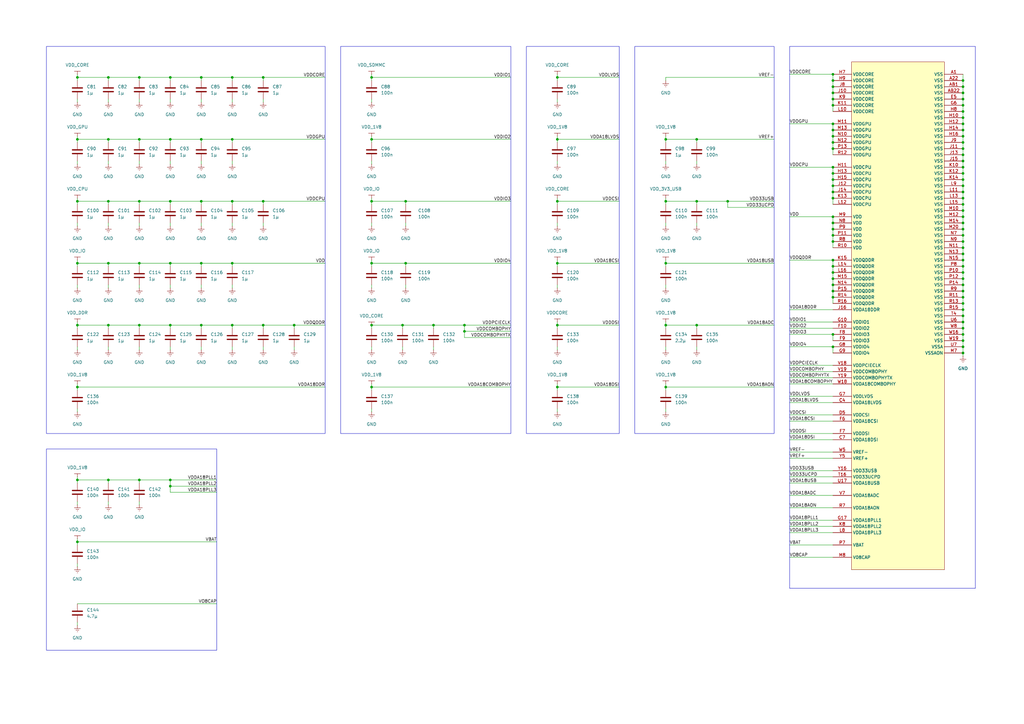
<source format=kicad_sch>
(kicad_sch (version 20250114) (generator "eeschema") (generator_version "9.0")
  (paper "A3")
  (rectangle (start 139.7 19.05) (end 209.55 177.8))
  (rectangle (start 19.05 19.05) (end 133.35 177.8))
  (rectangle (start 215.9 19.05) (end 254 177.8))
  (rectangle (start 323.85 19.05) (end 400.05 241.3))
  (rectangle (start 260.35 19.05) (end 317.5 177.8))
  (rectangle (start 19.05 184.15) (end 88.9 266.7))
  (junction (at 341.63 43.18))
  (junction (at 394.97 144.78))
  (junction (at 31.75 158.75))
  (junction (at 273.05 158.75))
  (junction (at 228.6 57.15))
  (junction (at 394.97 48.26))
  (junction (at 341.63 99.06))
  (junction (at 44.45 57.15))
  (junction (at 107.95 133.35))
  (junction (at 394.97 38.1))
  (junction (at 190.5 135.89))
  (junction (at 341.63 35.56))
  (junction (at 190.5 133.35))
  (junction (at 341.63 30.48))
  (junction (at 285.75 133.35))
  (junction (at 228.6 133.35))
  (junction (at 82.55 31.75))
  (junction (at 44.45 133.35))
  (junction (at 394.97 60.96))
  (junction (at 394.97 55.88))
  (junction (at 341.63 73.66))
  (junction (at 82.55 133.35))
  (junction (at 394.97 45.72))
  (junction (at 394.97 119.38))
  (junction (at 298.45 82.55))
  (junction (at 341.63 137.16))
  (junction (at 394.97 127))
  (junction (at 394.97 43.18))
  (junction (at 394.97 116.84))
  (junction (at 394.97 76.2))
  (junction (at 394.97 63.5))
  (junction (at 394.97 104.14))
  (junction (at 341.63 114.3))
  (junction (at 394.97 132.08))
  (junction (at 57.15 82.55))
  (junction (at 394.97 114.3))
  (junction (at 166.37 107.95))
  (junction (at 120.65 133.35))
  (junction (at 341.63 60.96))
  (junction (at 31.75 82.55))
  (junction (at 82.55 107.95))
  (junction (at 394.97 109.22))
  (junction (at 394.97 53.34))
  (junction (at 341.63 76.2))
  (junction (at 31.75 133.35))
  (junction (at 394.97 106.68))
  (junction (at 273.05 82.55))
  (junction (at 285.75 82.55))
  (junction (at 394.97 78.74))
  (junction (at 341.63 116.84))
  (junction (at 31.75 107.95))
  (junction (at 95.25 133.35))
  (junction (at 394.97 99.06))
  (junction (at 394.97 101.6))
  (junction (at 341.63 55.88))
  (junction (at 82.55 82.55))
  (junction (at 95.25 57.15))
  (junction (at 341.63 111.76))
  (junction (at 69.85 82.55))
  (junction (at 152.4 107.95))
  (junction (at 341.63 68.58))
  (junction (at 341.63 40.64))
  (junction (at 394.97 66.04))
  (junction (at 394.97 96.52))
  (junction (at 341.63 88.9))
  (junction (at 82.55 57.15))
  (junction (at 107.95 31.75))
  (junction (at 69.85 31.75))
  (junction (at 341.63 71.12))
  (junction (at 394.97 88.9))
  (junction (at 57.15 57.15))
  (junction (at 69.85 196.85))
  (junction (at 394.97 121.92))
  (junction (at 228.6 158.75))
  (junction (at 341.63 93.98))
  (junction (at 341.63 33.02))
  (junction (at 394.97 91.44))
  (junction (at 394.97 33.02))
  (junction (at 31.75 31.75))
  (junction (at 341.63 106.68))
  (junction (at 152.4 82.55))
  (junction (at 177.8 133.35))
  (junction (at 394.97 73.66))
  (junction (at 341.63 78.74))
  (junction (at 69.85 199.39))
  (junction (at 95.25 31.75))
  (junction (at 394.97 83.82))
  (junction (at 394.97 68.58))
  (junction (at 152.4 158.75))
  (junction (at 394.97 50.8))
  (junction (at 95.25 107.95))
  (junction (at 57.15 196.85))
  (junction (at 31.75 57.15))
  (junction (at 152.4 57.15))
  (junction (at 152.4 133.35))
  (junction (at 341.63 96.52))
  (junction (at 341.63 119.38))
  (junction (at 394.97 93.98))
  (junction (at 394.97 71.12))
  (junction (at 152.4 31.75))
  (junction (at 44.45 82.55))
  (junction (at 31.75 222.25))
  (junction (at 165.1 133.35))
  (junction (at 394.97 124.46))
  (junction (at 95.25 82.55))
  (junction (at 44.45 196.85))
  (junction (at 394.97 35.56))
  (junction (at 228.6 82.55))
  (junction (at 394.97 111.76))
  (junction (at 273.05 133.35))
  (junction (at 44.45 107.95))
  (junction (at 394.97 139.7))
  (junction (at 394.97 58.42))
  (junction (at 394.97 86.36))
  (junction (at 69.85 107.95))
  (junction (at 107.95 82.55))
  (junction (at 341.63 121.92))
  (junction (at 341.63 58.42))
  (junction (at 57.15 107.95))
  (junction (at 394.97 81.28))
  (junction (at 394.97 129.54))
  (junction (at 341.63 38.1))
  (junction (at 341.63 142.24))
  (junction (at 341.63 50.8))
  (junction (at 69.85 133.35))
  (junction (at 273.05 107.95))
  (junction (at 341.63 81.28))
  (junction (at 166.37 82.55))
  (junction (at 341.63 91.44))
  (junction (at 57.15 31.75))
  (junction (at 394.97 137.16))
  (junction (at 273.05 57.15))
  (junction (at 341.63 109.22))
  (junction (at 394.97 134.62))
  (junction (at 69.85 57.15))
  (junction (at 228.6 31.75))
  (junction (at 44.45 31.75))
  (junction (at 285.75 57.15))
  (junction (at 394.97 142.24))
  (junction (at 341.63 53.34))
  (junction (at 31.75 196.85))
  (junction (at 57.15 133.35))
  (junction (at 394.97 40.64))
  (junction (at 228.6 107.95))
  (wire (pts (xy 69.85 107.95) (xy 69.85 109.22)))
  (wire (pts (xy 152.4 107.95) (xy 166.37 107.95)))
  (wire (pts (xy 95.25 133.35) (xy 95.25 134.62)))
  (wire (pts (xy 209.55 138.43) (xy 190.5 138.43)))
  (wire (pts (xy 341.63 142.24) (xy 341.63 144.78)))
  (wire (pts (xy 82.55 31.75) (xy 95.25 31.75)))
  (wire (pts (xy 57.15 66.04) (xy 57.15 67.31)))
  (wire (pts (xy 107.95 31.75) (xy 107.95 33.02)))
  (wire (pts (xy 31.75 107.95) (xy 31.75 109.22)))
  (wire (pts (xy 341.63 53.34) (xy 341.63 50.8)))
  (wire (pts (xy 95.25 91.44) (xy 95.25 92.71)))
  (wire (pts (xy 57.15 142.24) (xy 57.15 143.51)))
  (wire (pts (xy 394.97 134.62) (xy 394.97 137.16)))
  (wire (pts (xy 341.63 109.22) (xy 341.63 111.76)))
  (wire (pts (xy 394.97 127) (xy 394.97 129.54)))
  (wire (pts (xy 31.75 106.68) (xy 31.75 107.95)))
  (wire (pts (xy 44.45 57.15) (xy 31.75 57.15)))
  (wire (pts (xy 31.75 57.15) (xy 31.75 58.42)))
  (wire (pts (xy 107.95 133.35) (xy 107.95 134.62)))
  (wire (pts (xy 152.4 40.64) (xy 152.4 41.91)))
  (wire (pts (xy 394.97 35.56) (xy 394.97 38.1)))
  (wire (pts (xy 152.4 116.84) (xy 152.4 118.11)))
  (wire (pts (xy 323.85 152.4) (xy 341.63 152.4)))
  (wire (pts (xy 69.85 133.35) (xy 82.55 133.35)))
  (wire (pts (xy 152.4 106.68) (xy 152.4 107.95)))
  (wire (pts (xy 69.85 31.75) (xy 69.85 33.02)))
  (wire (pts (xy 273.05 66.04) (xy 273.05 67.31)))
  (wire (pts (xy 44.45 107.95) (xy 44.45 109.22)))
  (wire (pts (xy 69.85 116.84) (xy 69.85 118.11)))
  (wire (pts (xy 44.45 196.85) (xy 57.15 196.85)))
  (wire (pts (xy 69.85 107.95) (xy 57.15 107.95)))
  (wire (pts (xy 323.85 127) (xy 341.63 127)))
  (wire (pts (xy 273.05 157.48) (xy 273.05 158.75)))
  (wire (pts (xy 394.97 99.06) (xy 394.97 101.6)))
  (wire (pts (xy 82.55 40.64) (xy 82.55 41.91)))
  (wire (pts (xy 285.75 57.15) (xy 317.5 57.15)))
  (wire (pts (xy 394.97 106.68) (xy 394.97 109.22)))
  (wire (pts (xy 228.6 57.15) (xy 254 57.15)))
  (wire (pts (xy 152.4 133.35) (xy 152.4 134.62)))
  (wire (pts (xy 341.63 60.96) (xy 341.63 63.5)))
  (wire (pts (xy 228.6 142.24) (xy 228.6 143.51)))
  (wire (pts (xy 152.4 55.88) (xy 152.4 57.15)))
  (wire (pts (xy 228.6 82.55) (xy 228.6 83.82)))
  (wire (pts (xy 152.4 107.95) (xy 152.4 109.22)))
  (wire (pts (xy 31.75 91.44) (xy 31.75 92.71)))
  (wire (pts (xy 323.85 68.58) (xy 341.63 68.58)))
  (wire (pts (xy 394.97 38.1) (xy 394.97 40.64)))
  (wire (pts (xy 323.85 142.24) (xy 341.63 142.24)))
  (wire (pts (xy 323.85 106.68) (xy 341.63 106.68)))
  (wire (pts (xy 44.45 116.84) (xy 44.45 118.11)))
  (wire (pts (xy 44.45 205.74) (xy 44.45 207.01)))
  (wire (pts (xy 228.6 158.75) (xy 254 158.75)))
  (wire (pts (xy 152.4 82.55) (xy 166.37 82.55)))
  (wire (pts (xy 95.25 107.95) (xy 95.25 109.22)))
  (wire (pts (xy 120.65 142.24) (xy 120.65 143.51)))
  (wire (pts (xy 69.85 133.35) (xy 69.85 134.62)))
  (wire (pts (xy 341.63 121.92) (xy 341.63 124.46)))
  (wire (pts (xy 323.85 228.6) (xy 341.63 228.6)))
  (wire (pts (xy 394.97 119.38) (xy 394.97 121.92)))
  (wire (pts (xy 341.63 68.58) (xy 341.63 71.12)))
  (wire (pts (xy 323.85 88.9) (xy 341.63 88.9)))
  (wire (pts (xy 57.15 31.75) (xy 57.15 33.02)))
  (wire (pts (xy 228.6 106.68) (xy 228.6 107.95)))
  (wire (pts (xy 228.6 66.04) (xy 228.6 67.31)))
  (wire (pts (xy 44.45 82.55) (xy 44.45 83.82)))
  (wire (pts (xy 69.85 57.15) (xy 82.55 57.15)))
  (wire (pts (xy 95.25 82.55) (xy 107.95 82.55)))
  (wire (pts (xy 82.55 116.84) (xy 82.55 118.11)))
  (wire (pts (xy 44.45 66.04) (xy 44.45 67.31)))
  (wire (pts (xy 152.4 133.35) (xy 165.1 133.35)))
  (wire (pts (xy 341.63 55.88) (xy 341.63 58.42)))
  (wire (pts (xy 394.97 33.02) (xy 394.97 35.56)))
  (wire (pts (xy 190.5 135.89) (xy 190.5 138.43)))
  (wire (pts (xy 228.6 167.64) (xy 228.6 168.91)))
  (wire (pts (xy 69.85 91.44) (xy 69.85 92.71)))
  (wire (pts (xy 394.97 101.6) (xy 394.97 104.14)))
  (wire (pts (xy 31.75 55.88) (xy 31.75 57.15)))
  (wire (pts (xy 394.97 144.78) (xy 394.97 146.05)))
  (wire (pts (xy 44.45 31.75) (xy 31.75 31.75)))
  (wire (pts (xy 31.75 133.35) (xy 31.75 134.62)))
  (wire (pts (xy 341.63 99.06) (xy 341.63 101.6)))
  (wire (pts (xy 394.97 104.14) (xy 394.97 106.68)))
  (wire (pts (xy 341.63 40.64) (xy 341.63 43.18)))
  (wire (pts (xy 228.6 31.75) (xy 254 31.75)))
  (wire (pts (xy 82.55 31.75) (xy 82.55 33.02)))
  (wire (pts (xy 228.6 55.88) (xy 228.6 57.15)))
  (wire (pts (xy 152.4 157.48) (xy 152.4 158.75)))
  (wire (pts (xy 323.85 157.48) (xy 341.63 157.48)))
  (wire (pts (xy 323.85 195.58) (xy 341.63 195.58)))
  (wire (pts (xy 95.25 66.04) (xy 95.25 67.31)))
  (wire (pts (xy 82.55 107.95) (xy 95.25 107.95)))
  (wire (pts (xy 323.85 208.28) (xy 341.63 208.28)))
  (wire (pts (xy 31.75 222.25) (xy 31.75 223.52)))
  (wire (pts (xy 341.63 88.9) (xy 341.63 91.44)))
  (wire (pts (xy 228.6 81.28) (xy 228.6 82.55)))
  (wire (pts (xy 95.25 31.75) (xy 95.25 33.02)))
  (wire (pts (xy 394.97 129.54) (xy 394.97 132.08)))
  (wire (pts (xy 166.37 82.55) (xy 166.37 83.82)))
  (wire (pts (xy 394.97 45.72) (xy 394.97 48.26)))
  (wire (pts (xy 273.05 158.75) (xy 317.5 158.75)))
  (wire (pts (xy 341.63 55.88) (xy 341.63 53.34)))
  (wire (pts (xy 394.97 71.12) (xy 394.97 73.66)))
  (wire (pts (xy 95.25 82.55) (xy 95.25 83.82)))
  (wire (pts (xy 273.05 133.35) (xy 273.05 134.62)))
  (wire (pts (xy 323.85 162.56) (xy 341.63 162.56)))
  (wire (pts (xy 95.25 57.15) (xy 95.25 58.42)))
  (wire (pts (xy 95.25 142.24) (xy 95.25 143.51)))
  (wire (pts (xy 394.97 68.58) (xy 394.97 71.12)))
  (wire (pts (xy 152.4 158.75) (xy 209.55 158.75)))
  (wire (pts (xy 394.97 73.66) (xy 394.97 76.2)))
  (wire (pts (xy 394.97 60.96) (xy 394.97 63.5)))
  (wire (pts (xy 31.75 196.85) (xy 44.45 196.85)))
  (wire (pts (xy 82.55 57.15) (xy 82.55 58.42)))
  (wire (pts (xy 107.95 40.64) (xy 107.95 41.91)))
  (wire (pts (xy 323.85 132.08) (xy 341.63 132.08)))
  (wire (pts (xy 57.15 107.95) (xy 44.45 107.95)))
  (wire (pts (xy 57.15 196.85) (xy 69.85 196.85)))
  (wire (pts (xy 273.05 57.15) (xy 285.75 57.15)))
  (wire (pts (xy 394.97 30.48) (xy 394.97 33.02)))
  (wire (pts (xy 285.75 66.04) (xy 285.75 67.31)))
  (wire (pts (xy 394.97 88.9) (xy 394.97 91.44)))
  (wire (pts (xy 57.15 133.35) (xy 44.45 133.35)))
  (wire (pts (xy 69.85 199.39) (xy 69.85 201.93)))
  (wire (pts (xy 31.75 255.27) (xy 31.75 256.54)))
  (wire (pts (xy 341.63 38.1) (xy 341.63 40.64)))
  (wire (pts (xy 152.4 57.15) (xy 152.4 58.42)))
  (wire (pts (xy 341.63 73.66) (xy 341.63 76.2)))
  (wire (pts (xy 31.75 66.04) (xy 31.75 67.31)))
  (wire (pts (xy 44.45 91.44) (xy 44.45 92.71)))
  (wire (pts (xy 394.97 121.92) (xy 394.97 124.46)))
  (wire (pts (xy 228.6 31.75) (xy 228.6 33.02)))
  (wire (pts (xy 341.63 43.18) (xy 341.63 45.72)))
  (wire (pts (xy 273.05 142.24) (xy 273.05 143.51)))
  (wire (pts (xy 69.85 57.15) (xy 57.15 57.15)))
  (wire (pts (xy 82.55 82.55) (xy 82.55 83.82)))
  (wire (pts (xy 285.75 57.15) (xy 285.75 58.42)))
  (wire (pts (xy 152.4 142.24) (xy 152.4 143.51)))
  (wire (pts (xy 152.4 31.75) (xy 209.55 31.75)))
  (wire (pts (xy 152.4 66.04) (xy 152.4 67.31)))
  (wire (pts (xy 341.63 137.16) (xy 341.63 139.7)))
  (wire (pts (xy 341.63 71.12) (xy 341.63 73.66)))
  (wire (pts (xy 273.05 106.68) (xy 273.05 107.95)))
  (wire (pts (xy 107.95 91.44) (xy 107.95 92.71)))
  (wire (pts (xy 31.75 31.75) (xy 31.75 33.02)))
  (wire (pts (xy 57.15 116.84) (xy 57.15 118.11)))
  (wire (pts (xy 394.97 76.2) (xy 394.97 78.74)))
  (wire (pts (xy 323.85 187.96) (xy 341.63 187.96)))
  (wire (pts (xy 107.95 82.55) (xy 107.95 83.82)))
  (wire (pts (xy 31.75 195.58) (xy 31.75 196.85)))
  (wire (pts (xy 341.63 93.98) (xy 341.63 96.52)))
  (wire (pts (xy 273.05 55.88) (xy 273.05 57.15)))
  (wire (pts (xy 95.25 57.15) (xy 133.35 57.15)))
  (wire (pts (xy 88.9 201.93) (xy 69.85 201.93)))
  (wire (pts (xy 190.5 133.35) (xy 190.5 135.89)))
  (wire (pts (xy 82.55 107.95) (xy 82.55 109.22)))
  (wire (pts (xy 341.63 114.3) (xy 341.63 116.84)))
  (wire (pts (xy 31.75 142.24) (xy 31.75 143.51)))
  (wire (pts (xy 177.8 133.35) (xy 190.5 133.35)))
  (wire (pts (xy 69.85 57.15) (xy 69.85 58.42)))
  (wire (pts (xy 298.45 82.55) (xy 298.45 85.09)))
  (wire (pts (xy 69.85 31.75) (xy 57.15 31.75)))
  (wire (pts (xy 228.6 116.84) (xy 228.6 118.11)))
  (wire (pts (xy 152.4 81.28) (xy 152.4 82.55)))
  (wire (pts (xy 82.55 57.15) (xy 95.25 57.15)))
  (wire (pts (xy 273.05 133.35) (xy 285.75 133.35)))
  (wire (pts (xy 273.05 107.95) (xy 317.5 107.95)))
  (wire (pts (xy 228.6 40.64) (xy 228.6 41.91)))
  (wire (pts (xy 341.63 119.38) (xy 341.63 121.92)))
  (wire (pts (xy 165.1 133.35) (xy 165.1 134.62)))
  (wire (pts (xy 285.75 82.55) (xy 285.75 83.82)))
  (wire (pts (xy 228.6 157.48) (xy 228.6 158.75)))
  (wire (pts (xy 166.37 116.84) (xy 166.37 118.11)))
  (wire (pts (xy 323.85 193.04) (xy 341.63 193.04)))
  (wire (pts (xy 165.1 142.24) (xy 165.1 143.51)))
  (wire (pts (xy 285.75 142.24) (xy 285.75 143.51)))
  (wire (pts (xy 317.5 85.09) (xy 298.45 85.09)))
  (wire (pts (xy 394.97 137.16) (xy 394.97 139.7)))
  (wire (pts (xy 31.75 205.74) (xy 31.75 207.01)))
  (wire (pts (xy 44.45 82.55) (xy 31.75 82.55)))
  (wire (pts (xy 341.63 91.44) (xy 341.63 93.98)))
  (wire (pts (xy 394.97 142.24) (xy 394.97 144.78)))
  (wire (pts (xy 69.85 196.85) (xy 88.9 196.85)))
  (wire (pts (xy 69.85 142.24) (xy 69.85 143.51)))
  (wire (pts (xy 57.15 133.35) (xy 57.15 134.62)))
  (wire (pts (xy 31.75 222.25) (xy 88.9 222.25)))
  (wire (pts (xy 228.6 133.35) (xy 228.6 134.62)))
  (wire (pts (xy 394.97 83.82) (xy 394.97 86.36)))
  (wire (pts (xy 323.85 30.48) (xy 341.63 30.48)))
  (wire (pts (xy 273.05 158.75) (xy 273.05 160.02)))
  (wire (pts (xy 69.85 196.85) (xy 69.85 199.39)))
  (wire (pts (xy 69.85 31.75) (xy 82.55 31.75)))
  (wire (pts (xy 341.63 30.48) (xy 341.63 33.02)))
  (wire (pts (xy 166.37 91.44) (xy 166.37 92.71)))
  (wire (pts (xy 323.85 198.12) (xy 341.63 198.12)))
  (wire (pts (xy 323.85 213.36) (xy 341.63 213.36)))
  (wire (pts (xy 273.05 91.44) (xy 273.05 92.71)))
  (wire (pts (xy 394.97 139.7) (xy 394.97 142.24)))
  (wire (pts (xy 44.45 40.64) (xy 44.45 41.91)))
  (wire (pts (xy 95.25 107.95) (xy 133.35 107.95)))
  (wire (pts (xy 44.45 107.95) (xy 31.75 107.95)))
  (wire (pts (xy 44.45 133.35) (xy 31.75 133.35)))
  (wire (pts (xy 394.97 81.28) (xy 394.97 83.82)))
  (wire (pts (xy 31.75 167.64) (xy 31.75 168.91)))
  (wire (pts (xy 394.97 86.36) (xy 394.97 88.9)))
  (wire (pts (xy 228.6 30.48) (xy 228.6 31.75)))
  (wire (pts (xy 31.75 158.75) (xy 31.75 160.02)))
  (wire (pts (xy 341.63 96.52) (xy 341.63 99.06)))
  (wire (pts (xy 394.97 55.88) (xy 394.97 58.42)))
  (wire (pts (xy 57.15 31.75) (xy 44.45 31.75)))
  (wire (pts (xy 323.85 223.52) (xy 341.63 223.52)))
  (wire (pts (xy 95.25 40.64) (xy 95.25 41.91)))
  (wire (pts (xy 394.97 66.04) (xy 394.97 68.58)))
  (wire (pts (xy 394.97 124.46) (xy 394.97 127)))
  (wire (pts (xy 57.15 91.44) (xy 57.15 92.71)))
  (wire (pts (xy 394.97 63.5) (xy 394.97 66.04)))
  (wire (pts (xy 323.85 137.16) (xy 341.63 137.16)))
  (wire (pts (xy 44.45 57.15) (xy 44.45 58.42)))
  (wire (pts (xy 285.75 133.35) (xy 285.75 134.62)))
  (wire (pts (xy 31.75 247.65) (xy 88.9 247.65)))
  (wire (pts (xy 69.85 66.04) (xy 69.85 67.31)))
  (wire (pts (xy 82.55 82.55) (xy 95.25 82.55)))
  (wire (pts (xy 152.4 167.64) (xy 152.4 168.91)))
  (wire (pts (xy 69.85 107.95) (xy 82.55 107.95)))
  (wire (pts (xy 31.75 116.84) (xy 31.75 118.11)))
  (wire (pts (xy 120.65 133.35) (xy 120.65 134.62)))
  (wire (pts (xy 323.85 185.42) (xy 341.63 185.42)))
  (wire (pts (xy 107.95 133.35) (xy 120.65 133.35)))
  (wire (pts (xy 69.85 82.55) (xy 69.85 83.82)))
  (wire (pts (xy 120.65 133.35) (xy 133.35 133.35)))
  (wire (pts (xy 323.85 170.18) (xy 341.63 170.18)))
  (wire (pts (xy 69.85 40.64) (xy 69.85 41.91)))
  (wire (pts (xy 44.45 196.85) (xy 44.45 198.12)))
  (wire (pts (xy 285.75 82.55) (xy 298.45 82.55)))
  (wire (pts (xy 323.85 172.72) (xy 341.63 172.72)))
  (wire (pts (xy 152.4 31.75) (xy 152.4 33.02)))
  (wire (pts (xy 341.63 33.02) (xy 341.63 35.56)))
  (wire (pts (xy 341.63 35.56) (xy 341.63 38.1)))
  (wire (pts (xy 394.97 48.26) (xy 394.97 50.8)))
  (wire (pts (xy 177.8 133.35) (xy 177.8 134.62)))
  (wire (pts (xy 107.95 142.24) (xy 107.95 143.51)))
  (wire (pts (xy 57.15 82.55) (xy 44.45 82.55)))
  (wire (pts (xy 341.63 106.68) (xy 341.63 109.22)))
  (wire (pts (xy 394.97 114.3) (xy 394.97 116.84)))
  (wire (pts (xy 44.45 31.75) (xy 44.45 33.02)))
  (wire (pts (xy 323.85 154.94) (xy 341.63 154.94)))
  (wire (pts (xy 323.85 177.8) (xy 341.63 177.8)))
  (wire (pts (xy 394.97 53.34) (xy 394.97 55.88)))
  (wire (pts (xy 323.85 165.1) (xy 341.63 165.1)))
  (wire (pts (xy 273.05 116.84) (xy 273.05 118.11)))
  (wire (pts (xy 152.4 158.75) (xy 152.4 160.02)))
  (wire (pts (xy 31.75 40.64) (xy 31.75 41.91)))
  (wire (pts (xy 57.15 57.15) (xy 57.15 58.42)))
  (wire (pts (xy 394.97 50.8) (xy 394.97 53.34)))
  (wire (pts (xy 394.97 78.74) (xy 394.97 81.28)))
  (wire (pts (xy 82.55 91.44) (xy 82.55 92.71)))
  (wire (pts (xy 95.25 31.75) (xy 107.95 31.75)))
  (wire (pts (xy 298.45 82.55) (xy 317.5 82.55)))
  (wire (pts (xy 57.15 57.15) (xy 44.45 57.15)))
  (wire (pts (xy 82.55 142.24) (xy 82.55 143.51)))
  (wire (pts (xy 273.05 82.55) (xy 285.75 82.55)))
  (wire (pts (xy 190.5 133.35) (xy 209.55 133.35)))
  (wire (pts (xy 341.63 81.28) (xy 341.63 83.82)))
  (wire (pts (xy 69.85 82.55) (xy 82.55 82.55)))
  (wire (pts (xy 69.85 133.35) (xy 57.15 133.35)))
  (wire (pts (xy 341.63 116.84) (xy 341.63 119.38)))
  (wire (pts (xy 341.63 76.2) (xy 341.63 78.74)))
  (wire (pts (xy 394.97 40.64) (xy 394.97 43.18)))
  (wire (pts (xy 57.15 196.85) (xy 57.15 198.12)))
  (wire (pts (xy 394.97 58.42) (xy 394.97 60.96)))
  (wire (pts (xy 177.8 142.24) (xy 177.8 143.51)))
  (wire (pts (xy 285.75 91.44) (xy 285.75 92.71)))
  (wire (pts (xy 57.15 205.74) (xy 57.15 207.01)))
  (wire (pts (xy 57.15 82.55) (xy 57.15 83.82)))
  (wire (pts (xy 285.75 133.35) (xy 317.5 133.35)))
  (wire (pts (xy 31.75 157.48) (xy 31.75 158.75)))
  (wire (pts (xy 273.05 82.55) (xy 273.05 83.82)))
  (wire (pts (xy 95.25 116.84) (xy 95.25 118.11)))
  (wire (pts (xy 394.97 91.44) (xy 394.97 93.98)))
  (wire (pts (xy 341.63 78.74) (xy 341.63 81.28)))
  (wire (pts (xy 228.6 133.35) (xy 254 133.35)))
  (wire (pts (xy 273.05 81.28) (xy 273.05 82.55)))
  (wire (pts (xy 323.85 215.9) (xy 341.63 215.9)))
  (wire (pts (xy 57.15 107.95) (xy 57.15 109.22)))
  (wire (pts (xy 394.97 111.76) (xy 394.97 114.3)))
  (wire (pts (xy 133.35 82.55) (xy 107.95 82.55)))
  (wire (pts (xy 273.05 167.64) (xy 273.05 168.91)))
  (wire (pts (xy 69.85 199.39) (xy 88.9 199.39)))
  (wire (pts (xy 273.05 57.15) (xy 273.05 58.42)))
  (wire (pts (xy 341.63 111.76) (xy 341.63 114.3)))
  (wire (pts (xy 323.85 180.34) (xy 341.63 180.34)))
  (wire (pts (xy 82.55 133.35) (xy 82.55 134.62)))
  (wire (pts (xy 394.97 116.84) (xy 394.97 119.38)))
  (wire (pts (xy 31.75 82.55) (xy 31.75 83.82)))
  (wire (pts (xy 394.97 43.18) (xy 394.97 45.72)))
  (wire (pts (xy 152.4 57.15) (xy 209.55 57.15)))
  (wire (pts (xy 31.75 220.98) (xy 31.75 222.25)))
  (wire (pts (xy 341.63 58.42) (xy 341.63 60.96)))
  (wire (pts (xy 273.05 31.75) (xy 273.05 33.02)))
  (wire (pts (xy 273.05 132.08) (xy 273.05 133.35)))
  (wire (pts (xy 57.15 40.64) (xy 57.15 41.91)))
  (wire (pts (xy 323.85 218.44) (xy 341.63 218.44)))
  (wire (pts (xy 228.6 82.55) (xy 254 82.55)))
  (wire (pts (xy 228.6 158.75) (xy 228.6 160.02)))
  (wire (pts (xy 82.55 66.04) (xy 82.55 67.31)))
  (wire (pts (xy 190.5 135.89) (xy 209.55 135.89)))
  (wire (pts (xy 95.25 133.35) (xy 107.95 133.35)))
  (wire (pts (xy 166.37 107.95) (xy 166.37 109.22)))
  (wire (pts (xy 44.45 142.24) (xy 44.45 143.51)))
  (wire (pts (xy 31.75 231.14) (xy 31.75 232.41)))
  (wire (pts (xy 152.4 82.55) (xy 152.4 83.82)))
  (wire (pts (xy 228.6 107.95) (xy 228.6 109.22)))
  (wire (pts (xy 273.05 31.75) (xy 317.5 31.75)))
  (wire (pts (xy 31.75 132.08) (xy 31.75 133.35)))
  (wire (pts (xy 394.97 93.98) (xy 394.97 96.52)))
  (wire (pts (xy 44.45 133.35) (xy 44.45 134.62)))
  (wire (pts (xy 31.75 81.28) (xy 31.75 82.55)))
  (wire (pts (xy 152.4 30.48) (xy 152.4 31.75)))
  (wire (pts (xy 31.75 196.85) (xy 31.75 198.12)))
  (wire (pts (xy 133.35 31.75) (xy 107.95 31.75)))
  (wire (pts (xy 323.85 134.62) (xy 341.63 134.62)))
  (wire (pts (xy 228.6 91.44) (xy 228.6 92.71)))
  (wire (pts (xy 69.85 82.55) (xy 57.15 82.55)))
  (wire (pts (xy 31.75 30.48) (xy 31.75 31.75)))
  (wire (pts (xy 82.55 133.35) (xy 95.25 133.35)))
  (wire (pts (xy 394.97 132.08) (xy 394.97 134.62)))
  (wire (pts (xy 31.75 158.75) (xy 133.35 158.75)))
  (wire (pts (xy 323.85 203.2) (xy 341.63 203.2)))
  (wire (pts (xy 165.1 133.35) (xy 177.8 133.35)))
  (wire (pts (xy 394.97 96.52) (xy 394.97 99.06)))
  (wire (pts (xy 394.97 109.22) (xy 394.97 111.76)))
  (wire (pts (xy 273.05 107.95) (xy 273.05 109.22)))
  (wire (pts (xy 166.37 82.55) (xy 209.55 82.55)))
  (wire (pts (xy 228.6 132.08) (xy 228.6 133.35)))
  (wire (pts (xy 228.6 107.95) (xy 254 107.95)))
  (wire (pts (xy 152.4 91.44) (xy 152.4 92.71)))
  (wire (pts (xy 323.85 50.8) (xy 341.63 50.8)))
  (wire (pts (xy 166.37 107.95) (xy 209.55 107.95)))
  (wire (pts (xy 228.6 57.15) (xy 228.6 58.42)))
  (wire (pts (xy 323.85 149.86) (xy 341.63 149.86)))
  (label "VDDA18DSI" (at 323.85 180.34 0))
  (label "VDDA18PLL1" (at 88.9 196.85 180))
  (label "VDDA18PLL2" (at 88.9 199.39 180))
  (label "VDDCPU" (at 133.35 82.55 180))
  (label "VDDPCIECLK" (at 209.55 133.35 180))
  (label "VDDA18DDR" (at 323.85 127 0))
  (label "VDD33UCPD" (at 317.5 85.09 180))
  (label "VREF+" (at 317.5 57.15 180))
  (label "VDDCOMBOPHYTX" (at 323.85 154.94 0))
  (label "VDD" (at 133.35 107.95 180))
  (label "VBAT" (at 323.85 223.52 0))
  (label "VDDDSI" (at 323.85 177.8 0))
  (label "VDDA18PLL3" (at 323.85 218.44 0))
  (label "VDDCORE" (at 323.85 30.48 0))
  (label "VDDA18LVDS" (at 254 57.15 180))
  (label "VDDIO4" (at 323.85 142.24 0))
  (label "VDDA18LVDS" (at 323.85 165.1 0))
  (label "VDDCOMBOPHY" (at 209.55 135.89 180))
  (label "VDDCORE" (at 133.35 31.75 180))
  (label "VDDA18PLL3" (at 88.9 201.93 180))
  (label "VDDLVDS" (at 254 31.75 180))
  (label "VDDIO2" (at 209.55 57.15 180))
  (label "VDD33USB" (at 317.5 82.55 180))
  (label "VDDGPU" (at 323.85 50.8 0))
  (label "VDDA18PLL2" (at 323.85 215.9 0))
  (label "VDDIO2" (at 323.85 134.62 0))
  (label "VDD" (at 323.85 88.9 0))
  (label "VDDLVDS" (at 323.85 162.56 0))
  (label "VDDCSI" (at 254 82.55 180))
  (label "VDDIO3" (at 209.55 82.55 180))
  (label "VDDA18USB" (at 323.85 198.12 0))
  (label "VDDA18DDR" (at 133.35 158.75 180))
  (label "VDDDSI" (at 254 133.35 180))
  (label "VDDCSI" (at 323.85 170.18 0))
  (label "VO8CAP" (at 88.9 247.65 180))
  (label "VDDCOMBOPHYTX" (at 209.55 138.43 180))
  (label "VREF+" (at 323.85 187.96 0))
  (label "VDD33USB" (at 323.85 193.04 0))
  (label "VDD33UCPD" (at 323.85 195.58 0))
  (label "VREF-" (at 323.85 185.42 0))
  (label "VDDIO1" (at 209.55 31.75 180))
  (label "VDDQDDR" (at 323.85 106.68 0))
  (label "VREF-" (at 317.5 31.75 180))
  (label "VDDIO3" (at 323.85 137.16 0))
  (label "VDDA18AON" (at 317.5 158.75 180))
  (label "VDDA18AON" (at 323.85 208.28 0))
  (label "VBAT" (at 88.9 222.25 180))
  (label "VDDPCIECLK" (at 323.85 149.86 0))
  (label "VO8CAP" (at 323.85 228.6 0))
  (label "VDDA18ADC" (at 317.5 133.35 180))
  (label "VDDA18PLL1" (at 323.85 213.36 0))
  (label "VDDA18CSI" (at 323.85 172.72 0))
  (label "VDDA18USB" (at 317.5 107.95 180))
  (label "VDDA18COMBOPHY" (at 323.85 157.48 0))
  (label "VDDCOMBOPHY" (at 323.85 152.4 0))
  (label "VDDIO1" (at 323.85 132.08 0))
  (label "VDDA18COMBOPHY" (at 209.55 158.75 180))
  (label "VDDIO4" (at 209.55 107.95 180))
  (label "VDDQDDR" (at 133.35 133.35 180))
  (label "VDDGPU" (at 133.35 57.15 180))
  (label "VDDA18CSI" (at 254 107.95 180))
  (label "VDDA18ADC" (at 323.85 203.2 0))
  (label "VDDCPU" (at 323.85 68.58 0))
  (label "VDDA18DSI" (at 254 158.75 180))
  (symbol (lib_id "Device:C") (at 31.75 163.83 0) (unit 1)
    (property "Reference" "C136" (at 35.56 162.5599 0) (effects (justify left)))
    (property "Value" "100n" (at 35.56 165.0999 0) (effects (justify left)))
    (property "Description" "Unpolarized capacitor" (effects (hide yes)))
  )
  (symbol (lib_id "mikrainix-POWER_SYM:VDD") (at 228.6 30.48 0) (mirror y) (unit 1)
    (property "Reference" "#PWR0138" (effects (hide yes)))
    (property "Value" "VDD_CORE" (at 228.6 26.67 0))
    (property "Description" "Power symbol" (effects (hide yes)))
  )
  (symbol (lib_id "mikrainix-POWER_SYM:GND") (at 285.75 67.31 0) (mirror y) (unit 1)
    (property "Reference" "#PWR0162" (effects (hide yes)))
    (property "Value" "GND" (at 285.75 72.39 0))
    (property "Description" "Power symbol" (effects (hide yes)))
  )
  (symbol (lib_id "Device:C") (at 44.45 62.23 0) (unit 1)
    (property "Reference" "C91" (at 48.26 60.9599 0) (effects (justify left)))
    (property "Value" "1µ" (at 48.26 63.4999 0) (effects (justify left)))
    (property "Description" "Unpolarized capacitor" (effects (hide yes)))
  )
  (symbol (lib_id "mikrainix-POWER_SYM:GND") (at 31.75 256.54 0) (mirror y) (unit 1)
    (property "Reference" "#PWR0226" (effects (hide yes)))
    (property "Value" "GND" (at 31.75 261.62 0))
    (property "Description" "Power symbol" (effects (hide yes)))
  )
  (symbol (lib_id "mikrainix-POWER_SYM:VDD") (at 228.6 55.88 0) (mirror y) (unit 1)
    (property "Reference" "#PWR0151" (effects (hide yes)))
    (property "Value" "VDD_1V8" (at 228.6 52.07 0))
    (property "Description" "Power symbol" (effects (hide yes)))
  )
  (symbol (lib_id "mikrainix-POWER_SYM:GND") (at 273.05 67.31 0) (mirror y) (unit 1)
    (property "Reference" "#PWR0161" (effects (hide yes)))
    (property "Value" "GND" (at 273.05 72.39 0))
    (property "Description" "Power symbol" (effects (hide yes)))
  )
  (symbol (lib_id "Device:C") (at 228.6 87.63 0) (unit 1)
    (property "Reference" "C109" (at 232.41 86.3599 0) (effects (justify left)))
    (property "Value" "100n" (at 232.41 88.8999 0) (effects (justify left)))
    (property "Description" "Unpolarized capacitor" (effects (hide yes)))
  )
  (symbol (lib_id "mikrainix-POWER_SYM:GND") (at 57.15 41.91 0) (mirror y) (unit 1)
    (property "Reference" "#PWR0142" (effects (hide yes)))
    (property "Value" "GND" (at 57.15 46.99 0))
    (property "Description" "Power symbol" (effects (hide yes)))
  )
  (symbol (lib_id "Device:C") (at 31.75 201.93 0) (unit 1)
    (property "Reference" "C140" (at 35.56 200.6599 0) (effects (justify left)))
    (property "Value" "100n" (at 35.56 203.1999 0) (effects (justify left)))
    (property "Description" "Unpolarized capacitor" (effects (hide yes)))
  )
  (symbol (lib_id "Device:C") (at 165.1 138.43 0) (unit 1)
    (property "Reference" "C131" (at 168.91 137.1599 0) (effects (justify left)))
    (property "Value" "100n" (at 168.91 139.6999 0) (effects (justify left)))
    (property "Description" "Unpolarized capacitor" (effects (hide yes)))
  )
  (symbol (lib_id "mikrainix-POWER_SYM:GND") (at 107.95 143.51 0) (mirror y) (unit 1)
    (property "Reference" "#PWR0203" (effects (hide yes)))
    (property "Value" "GND" (at 107.95 148.59 0))
    (property "Description" "Power symbol" (effects (hide yes)))
  )
  (symbol (lib_id "mikrainix-POWER_SYM:VDD") (at 152.4 81.28 0) (mirror y) (unit 1)
    (property "Reference" "#PWR0164" (effects (hide yes)))
    (property "Value" "VDD_IO" (at 152.4 77.47 0))
    (property "Description" "Power symbol" (effects (hide yes)))
  )
  (symbol (lib_id "mikrainix-POWER_SYM:GND") (at 44.45 92.71 0) (mirror y) (unit 1)
    (property "Reference" "#PWR0168" (effects (hide yes)))
    (property "Value" "GND" (at 44.45 97.79 0))
    (property "Description" "Power symbol" (effects (hide yes)))
  )
  (symbol (lib_id "Device:C") (at 44.45 113.03 0) (unit 1)
    (property "Reference" "C113" (at 48.26 111.7599 0) (effects (justify left)))
    (property "Value" "1µ" (at 48.26 114.2999 0) (effects (justify left)))
    (property "Description" "Unpolarized capacitor" (effects (hide yes)))
  )
  (symbol (lib_id "Device:C") (at 152.4 113.03 0) (unit 1)
    (property "Reference" "C118" (at 156.21 111.7599 0) (effects (justify left)))
    (property "Value" "100n" (at 156.21 114.2999 0) (effects (justify left)))
    (property "Description" "Unpolarized capacitor" (effects (hide yes)))
  )
  (symbol (lib_id "mikrainix-POWER_SYM:GND") (at 152.4 143.51 0) (mirror y) (unit 1)
    (property "Reference" "#PWR0205" (effects (hide yes)))
    (property "Value" "GND" (at 152.4 148.59 0))
    (property "Description" "Power symbol" (effects (hide yes)))
  )
  (symbol (lib_id "Device:C") (at 228.6 163.83 0) (unit 1)
    (property "Reference" "C138" (at 232.41 162.5599 0) (effects (justify left)))
    (property "Value" "100n" (at 232.41 165.0999 0) (effects (justify left)))
    (property "Description" "Unpolarized capacitor" (effects (hide yes)))
  )
  (symbol (lib_id "mikrainix-POWER_SYM:VDD") (at 228.6 132.08 0) (mirror y) (unit 1)
    (property "Reference" "#PWR0194" (effects (hide yes)))
    (property "Value" "VDDCORE" (at 228.6 128.27 0))
    (property "Description" "Power symbol" (effects (hide yes)))
  )
  (symbol (lib_id "mikrainix-POWER_SYM:GND") (at 273.05 92.71 0) (mirror y) (unit 1)
    (property "Reference" "#PWR0177" (effects (hide yes)))
    (property "Value" "GND" (at 273.05 97.79 0))
    (property "Description" "Power symbol" (effects (hide yes)))
  )
  (symbol (lib_id "Device:C") (at 107.95 36.83 0) (unit 1)
    (property "Reference" "C87" (at 111.76 35.5599 0) (effects (justify left)))
    (property "Value" "1µ" (at 111.76 38.0999 0) (effects (justify left)))
    (property "Description" "Unpolarized capacitor" (effects (hide yes)))
  )
  (symbol (lib_id "mikrainix-POWER_SYM:GND") (at 152.4 118.11 0) (mirror y) (unit 1)
    (property "Reference" "#PWR0189" (effects (hide yes)))
    (property "Value" "GND" (at 152.4 123.19 0))
    (property "Description" "Power symbol" (effects (hide yes)))
  )
  (symbol (lib_id "mikrainix-POWER_SYM:GND") (at 273.05 143.51 0) (mirror y) (unit 1)
    (property "Reference" "#PWR0209" (effects (hide yes)))
    (property "Value" "GND" (at 273.05 148.59 0))
    (property "Description" "Power symbol" (effects (hide yes)))
  )
  (symbol (lib_id "Device:C") (at 31.75 36.83 0) (unit 1)
    (property "Reference" "C81" (at 35.56 35.5599 0) (effects (justify left)))
    (property "Value" "1µ" (at 35.56 38.0999 0) (effects (justify left)))
    (property "Description" "Unpolarized capacitor" (effects (hide yes)))
  )
  (symbol (lib_id "mikrainix-POWER_SYM:GND") (at 273.05 33.02 0) (mirror y) (unit 1)
    (property "Reference" "#PWR0139" (effects (hide yes)))
    (property "Value" "GND" (at 273.05 38.1 0))
    (property "Description" "Power symbol" (effects (hide yes)))
  )
  (symbol (lib_id "Device:C") (at 152.4 138.43 0) (unit 1)
    (property "Reference" "C130" (at 156.21 137.1599 0) (effects (justify left)))
    (property "Value" "100n" (at 156.21 139.6999 0) (effects (justify left)))
    (property "Description" "Unpolarized capacitor" (effects (hide yes)))
  )
  (symbol (lib_id "mikrainix-POWER_SYM:GND") (at 120.65 143.51 0) (mirror y) (unit 1)
    (property "Reference" "#PWR0204" (effects (hide yes)))
    (property "Value" "GND" (at 120.65 148.59 0))
    (property "Description" "Power symbol" (effects (hide yes)))
  )
  (symbol (lib_id "mikrainix-POWER_SYM:VDD") (at 273.05 132.08 0) (mirror y) (unit 1)
    (property "Reference" "#PWR0195" (effects (hide yes)))
    (property "Value" "VDD_1V8" (at 273.05 128.27 0))
    (property "Description" "Power symbol" (effects (hide yes)))
  )
  (symbol (lib_id "Device:C") (at 152.4 163.83 0) (unit 1)
    (property "Reference" "C137" (at 156.21 162.5599 0) (effects (justify left)))
    (property "Value" "100n" (at 156.21 165.0999 0) (effects (justify left)))
    (property "Description" "Unpolarized capacitor" (effects (hide yes)))
  )
  (symbol (lib_id "Device:C") (at 31.75 138.43 0) (unit 1)
    (property "Reference" "C122" (at 35.56 137.1599 0) (effects (justify left)))
    (property "Value" "1µ" (at 35.56 139.6999 0) (effects (justify left)))
    (property "Description" "Unpolarized capacitor" (effects (hide yes)))
  )
  (symbol (lib_id "mikrainix-POWER_SYM:GND") (at 228.6 143.51 0) (mirror y) (unit 1)
    (property "Reference" "#PWR0208" (effects (hide yes)))
    (property "Value" "GND" (at 228.6 148.59 0))
    (property "Description" "Power symbol" (effects (hide yes)))
  )
  (symbol (lib_id "mikrainix-POWER_SYM:GND") (at 57.15 67.31 0) (mirror y) (unit 1)
    (property "Reference" "#PWR0155" (effects (hide yes)))
    (property "Value" "GND" (at 57.15 72.39 0))
    (property "Description" "Power symbol" (effects (hide yes)))
  )
  (symbol (lib_id "mikrainix-POWER_SYM:GND") (at 166.37 118.11 0) (mirror y) (unit 1)
    (property "Reference" "#PWR0190" (effects (hide yes)))
    (property "Value" "GND" (at 166.37 123.19 0))
    (property "Description" "Power symbol" (effects (hide yes)))
  )
  (symbol (lib_id "mikrainix-POWER_SYM:GND") (at 95.25 41.91 0) (mirror y) (unit 1)
    (property "Reference" "#PWR0145" (effects (hide yes)))
    (property "Value" "GND" (at 95.25 46.99 0))
    (property "Description" "Power symbol" (effects (hide yes)))
  )
  (symbol (lib_id "Device:C") (at 82.55 36.83 0) (unit 1)
    (property "Reference" "C85" (at 86.36 35.5599 0) (effects (justify left)))
    (property "Value" "1µ" (at 86.36 38.0999 0) (effects (justify left)))
    (property "Description" "Unpolarized capacitor" (effects (hide yes)))
  )
  (symbol (lib_id "mikrainix-POWER_SYM:GND") (at 228.6 118.11 0) (mirror y) (unit 1)
    (property "Reference" "#PWR0191" (effects (hide yes)))
    (property "Value" "GND" (at 228.6 123.19 0))
    (property "Description" "Power symbol" (effects (hide yes)))
  )
  (symbol (lib_id "mikrainix-POWER_SYM:GND") (at 394.97 146.05 0) (unit 1)
    (property "Reference" "#PWR0211" (effects (hide yes)))
    (property "Value" "GND" (at 394.97 151.13 0))
    (property "Description" "Power symbol" (effects (hide yes)))
  )
  (symbol (lib_id "Device:C") (at 82.55 113.03 0) (unit 1)
    (property "Reference" "C116" (at 86.36 111.7599 0) (effects (justify left)))
    (property "Value" "1µ" (at 86.36 114.2999 0) (effects (justify left)))
    (property "Description" "Unpolarized capacitor" (effects (hide yes)))
  )
  (symbol (lib_id "Device:C") (at 273.05 138.43 0) (unit 1)
    (property "Reference" "C134" (at 276.86 137.1599 0) (effects (justify left)))
    (property "Value" "2.2µ" (at 276.86 139.6999 0) (effects (justify left)))
    (property "Description" "Unpolarized capacitor" (effects (hide yes)))
  )
  (symbol (lib_id "mikrainix-POWER_SYM:GND") (at 95.25 67.31 0) (mirror y) (unit 1)
    (property "Reference" "#PWR0158" (effects (hide yes)))
    (property "Value" "GND" (at 95.25 72.39 0))
    (property "Description" "Power symbol" (effects (hide yes)))
  )
  (symbol (lib_id "mikrainix-POWER_SYM:GND") (at 69.85 92.71 0) (mirror y) (unit 1)
    (property "Reference" "#PWR0170" (effects (hide yes)))
    (property "Value" "GND" (at 69.85 97.79 0))
    (property "Description" "Power symbol" (effects (hide yes)))
  )
  (symbol (lib_id "mikrainix-POWER_SYM:GND") (at 44.45 143.51 0) (mirror y) (unit 1)
    (property "Reference" "#PWR0198" (effects (hide yes)))
    (property "Value" "GND" (at 44.45 148.59 0))
    (property "Description" "Power symbol" (effects (hide yes)))
  )
  (symbol (lib_id "Device:C") (at 166.37 113.03 0) (unit 1)
    (property "Reference" "C119" (at 171.45 111.7599 0) (effects (justify left)))
    (property "Value" "100n" (at 171.45 114.2999 0) (effects (justify left)))
    (property "Description" "Unpolarized capacitor" (effects (hide yes)))
  )
  (symbol (lib_id "mikrainix-POWER_SYM:VDD") (at 228.6 157.48 0) (mirror y) (unit 1)
    (property "Reference" "#PWR0214" (effects (hide yes)))
    (property "Value" "VDD_1V8" (at 228.6 153.67 0))
    (property "Description" "Power symbol" (effects (hide yes)))
  )
  (symbol (lib_id "Device:C") (at 31.75 227.33 0) (unit 1)
    (property "Reference" "C143" (at 35.56 226.0599 0) (effects (justify left)))
    (property "Value" "100n" (at 35.56 228.5999 0) (effects (justify left)))
    (property "Description" "Unpolarized capacitor" (effects (hide yes)))
  )
  (symbol (lib_id "mikrainix-POWER_SYM:GND") (at 95.25 118.11 0) (mirror y) (unit 1)
    (property "Reference" "#PWR0188" (effects (hide yes)))
    (property "Value" "GND" (at 95.25 123.19 0))
    (property "Description" "Power symbol" (effects (hide yes)))
  )
  (symbol (lib_id "Device:C") (at 44.45 36.83 0) (unit 1)
    (property "Reference" "C82" (at 48.26 35.5599 0) (effects (justify left)))
    (property "Value" "1µ" (at 48.26 38.0999 0) (effects (justify left)))
    (property "Description" "Unpolarized capacitor" (effects (hide yes)))
  )
  (symbol (lib_id "mikrainix-POWER_SYM:VDD") (at 152.4 133.35 0) (mirror y) (unit 1)
    (property "Reference" "#PWR0196" (effects (hide yes)))
    (property "Value" "VDD_CORE" (at 152.4 129.54 0))
    (property "Description" "Power symbol" (effects (hide yes)))
  )
  (symbol (lib_id "mikrainix-POWER_SYM:VDD") (at 152.4 106.68 0) (mirror y) (unit 1)
    (property "Reference" "#PWR0180" (effects (hide yes)))
    (property "Value" "VDD_IO" (at 152.4 102.87 0))
    (property "Description" "Power symbol" (effects (hide yes)))
  )
  (symbol (lib_id "Device:C") (at 95.25 113.03 0) (unit 1)
    (property "Reference" "C117" (at 99.06 111.7599 0) (effects (justify left)))
    (property "Value" "1µ" (at 99.06 114.2999 0) (effects (justify left)))
    (property "Description" "Unpolarized capacitor" (effects (hide yes)))
  )
  (symbol (lib_id "Device:C") (at 120.65 138.43 0) (unit 1)
    (property "Reference" "C129" (at 124.46 137.1599 0) (effects (justify left)))
    (property "Value" "1µ" (at 124.46 139.6999 0) (effects (justify left)))
    (property "Description" "Unpolarized capacitor" (effects (hide yes)))
  )
  (symbol (lib_id "mikrainix-POWER_SYM:VDD") (at 31.75 30.48 0) (mirror y) (unit 1)
    (property "Reference" "#PWR0136" (effects (hide yes)))
    (property "Value" "VDD_CORE" (at 31.75 26.67 0))
    (property "Description" "Power symbol" (effects (hide yes)))
  )
  (symbol (lib_id "mikrainix-POWER_SYM:GND") (at 107.95 41.91 0) (mirror y) (unit 1)
    (property "Reference" "#PWR0146" (effects (hide yes)))
    (property "Value" "GND" (at 107.95 46.99 0))
    (property "Description" "Power symbol" (effects (hide yes)))
  )
  (symbol (lib_id "mikrainix-POWER_SYM:GND") (at 152.4 168.91 0) (mirror y) (unit 1)
    (property "Reference" "#PWR0217" (effects (hide yes)))
    (property "Value" "GND" (at 152.4 173.99 0))
    (property "Description" "Power symbol" (effects (hide yes)))
  )
  (symbol (lib_id "mikrainix-POWER_SYM:GND") (at 273.05 168.91 0) (mirror y) (unit 1)
    (property "Reference" "#PWR0219" (effects (hide yes)))
    (property "Value" "GND" (at 273.05 173.99 0))
    (property "Description" "Power symbol" (effects (hide yes)))
  )
  (symbol (lib_id "mikrainix-POWER_SYM:GND") (at 82.55 41.91 0) (mirror y) (unit 1)
    (property "Reference" "#PWR0144" (effects (hide yes)))
    (property "Value" "GND" (at 82.55 46.99 0))
    (property "Description" "Power symbol" (effects (hide yes)))
  )
  (symbol (lib_id "Device:C") (at 177.8 138.43 0) (unit 1)
    (property "Reference" "C132" (at 181.61 137.1599 0) (effects (justify left)))
    (property "Value" "100n" (at 181.61 139.6999 0) (effects (justify left)))
    (property "Description" "Unpolarized capacitor" (effects (hide yes)))
  )
  (symbol (lib_id "mikrainix-POWER_SYM:VDD") (at 273.05 55.88 0) (mirror y) (unit 1)
    (property "Reference" "#PWR0152" (effects (hide yes)))
    (property "Value" "VDD_1V8" (at 273.05 52.07 0))
    (property "Description" "Power symbol" (effects (hide yes)))
  )
  (symbol (lib_id "Device:C") (at 95.25 138.43 0) (unit 1)
    (property "Reference" "C127" (at 99.06 137.1599 0) (effects (justify left)))
    (property "Value" "1µ" (at 99.06 139.6999 0) (effects (justify left)))
    (property "Description" "Unpolarized capacitor" (effects (hide yes)))
  )
  (symbol (lib_id "Device:C") (at 82.55 138.43 0) (unit 1)
    (property "Reference" "C126" (at 86.36 137.1599 0) (effects (justify left)))
    (property "Value" "1µ" (at 86.36 139.6999 0) (effects (justify left)))
    (property "Description" "Unpolarized capacitor" (effects (hide yes)))
  )
  (symbol (lib_id "mikrainix-POWER_SYM:VDD") (at 273.05 157.48 0) (mirror y) (unit 1)
    (property "Reference" "#PWR0215" (effects (hide yes)))
    (property "Value" "VDD_1V8" (at 273.05 153.67 0))
    (property "Description" "Power symbol" (effects (hide yes)))
  )
  (symbol (lib_id "Device:C") (at 95.25 87.63 0) (unit 1)
    (property "Reference" "C105" (at 99.06 86.3599 0) (effects (justify left)))
    (property "Value" "1µ" (at 99.06 88.8999 0) (effects (justify left)))
    (property "Description" "Unpolarized capacitor" (effects (hide yes)))
  )
  (symbol (lib_id "Device:C") (at 31.75 87.63 0) (unit 1)
    (property "Reference" "C100" (at 35.56 86.3599 0) (effects (justify left)))
    (property "Value" "1µ" (at 35.56 88.8999 0) (effects (justify left)))
    (property "Description" "Unpolarized capacitor" (effects (hide yes)))
  )
  (symbol (lib_id "mikrainix-POWER_SYM:GND") (at 107.95 92.71 0) (mirror y) (unit 1)
    (property "Reference" "#PWR0173" (effects (hide yes)))
    (property "Value" "GND" (at 107.95 97.79 0))
    (property "Description" "Power symbol" (effects (hide yes)))
  )
  (symbol (lib_id "Device:C") (at 228.6 62.23 0) (unit 1)
    (property "Reference" "C97" (at 232.41 60.9599 0) (effects (justify left)))
    (property "Value" "100n" (at 232.41 63.4999 0) (effects (justify left)))
    (property "Description" "Unpolarized capacitor" (effects (hide yes)))
  )
  (symbol (lib_id "mikrainix-POWER_SYM:GND") (at 82.55 118.11 0) (mirror y) (unit 1)
    (property "Reference" "#PWR0187" (effects (hide yes)))
    (property "Value" "GND" (at 82.55 123.19 0))
    (property "Description" "Power symbol" (effects (hide yes)))
  )
  (symbol (lib_id "mikrainix-POWER_SYM:VDD") (at 31.75 55.88 0) (mirror y) (unit 1)
    (property "Reference" "#PWR0149" (effects (hide yes)))
    (property "Value" "VDD_GPU" (at 31.75 52.07 0))
    (property "Description" "Power symbol" (effects (hide yes)))
  )
  (symbol (lib_id "mikrainix-POWER_SYM:GND") (at 152.4 41.91 0) (mirror y) (unit 1)
    (property "Reference" "#PWR0147" (effects (hide yes)))
    (property "Value" "GND" (at 152.4 46.99 0))
    (property "Description" "Power symbol" (effects (hide yes)))
  )
  (symbol (lib_id "mikrainix-POWER_SYM:GND") (at 69.85 143.51 0) (mirror y) (unit 1)
    (property "Reference" "#PWR0200" (effects (hide yes)))
    (property "Value" "GND" (at 69.85 148.59 0))
    (property "Description" "Power symbol" (effects (hide yes)))
  )
  (symbol (lib_id "Device:C") (at 44.45 138.43 0) (unit 1)
    (property "Reference" "C123" (at 48.26 137.1599 0) (effects (justify left)))
    (property "Value" "1µ" (at 48.26 139.6999 0) (effects (justify left)))
    (property "Description" "Unpolarized capacitor" (effects (hide yes)))
  )
  (symbol (lib_id "Device:C") (at 152.4 62.23 0) (unit 1)
    (property "Reference" "C96" (at 156.21 60.9599 0) (effects (justify left)))
    (property "Value" "100n" (at 156.21 63.4999 0) (effects (justify left)))
    (property "Description" "Unpolarized capacitor" (effects (hide yes)))
  )
  (symbol (lib_id "Device:C") (at 57.15 113.03 0) (unit 1)
    (property "Reference" "C114" (at 60.96 111.7599 0) (effects (justify left)))
    (property "Value" "1µ" (at 60.96 114.2999 0) (effects (justify left)))
    (property "Description" "Unpolarized capacitor" (effects (hide yes)))
  )
  (symbol (lib_id "Device:C") (at 69.85 138.43 0) (unit 1)
    (property "Reference" "C125" (at 73.66 137.1599 0) (effects (justify left)))
    (property "Value" "1µ" (at 73.66 139.6999 0) (effects (justify left)))
    (property "Description" "Unpolarized capacitor" (effects (hide yes)))
  )
  (symbol (lib_id "mikrainix-POWER_SYM:GND") (at 44.45 118.11 0) (mirror y) (unit 1)
    (property "Reference" "#PWR0184" (effects (hide yes)))
    (property "Value" "GND" (at 44.45 123.19 0))
    (property "Description" "Power symbol" (effects (hide yes)))
  )
  (symbol (lib_id "mikrainix-POWER_SYM:GND") (at 95.25 143.51 0) (mirror y) (unit 1)
    (property "Reference" "#PWR0202" (effects (hide yes)))
    (property "Value" "GND" (at 95.25 148.59 0))
    (property "Description" "Power symbol" (effects (hide yes)))
  )
  (symbol (lib_id "mikrainix-POWER_SYM:VDD") (at 31.75 106.68 0) (mirror y) (unit 1)
    (property "Reference" "#PWR0179" (effects (hide yes)))
    (property "Value" "VDD_IO" (at 31.75 102.87 0))
    (property "Description" "Power symbol" (effects (hide yes)))
  )
  (symbol (lib_id "Device:C") (at 166.37 87.63 0) (unit 1)
    (property "Reference" "C108" (at 171.45 86.3599 0) (effects (justify left)))
    (property "Value" "100n" (at 171.45 88.8999 0) (effects (justify left)))
    (property "Description" "Unpolarized capacitor" (effects (hide yes)))
  )
  (symbol (lib_id "mikrainix-POWER_SYM:GND") (at 57.15 118.11 0) (mirror y) (unit 1)
    (property "Reference" "#PWR0185" (effects (hide yes)))
    (property "Value" "GND" (at 57.15 123.19 0))
    (property "Description" "Power symbol" (effects (hide yes)))
  )
  (symbol (lib_id "Device:C") (at 228.6 113.03 0) (unit 1)
    (property "Reference" "C120" (at 232.41 111.7599 0) (effects (justify left)))
    (property "Value" "100n" (at 232.41 114.2999 0) (effects (justify left)))
    (property "Description" "Unpolarized capacitor" (effects (hide yes)))
  )
  (symbol (lib_id "mikrainix-POWER_SYM:GND") (at 165.1 143.51 0) (mirror y) (unit 1)
    (property "Reference" "#PWR0206" (effects (hide yes)))
    (property "Value" "GND" (at 165.1 148.59 0))
    (property "Description" "Power symbol" (effects (hide yes)))
  )
  (symbol (lib_id "mikrainix-POWER_SYM:GND") (at 228.6 92.71 0) (mirror y) (unit 1)
    (property "Reference" "#PWR0176" (effects (hide yes)))
    (property "Value" "GND" (at 228.6 97.79 0))
    (property "Description" "Power symbol" (effects (hide yes)))
  )
  (symbol (lib_id "Device:C") (at 69.85 62.23 0) (unit 1)
    (property "Reference" "C93" (at 73.66 60.9599 0) (effects (justify left)))
    (property "Value" "1µ" (at 73.66 63.4999 0) (effects (justify left)))
    (property "Description" "Unpolarized capacitor" (effects (hide yes)))
  )
  (symbol (lib_id "Device:C") (at 228.6 138.43 0) (unit 1)
    (property "Reference" "C133" (at 232.41 137.1599 0) (effects (justify left)))
    (property "Value" "100n" (at 232.41 139.6999 0) (effects (justify left)))
    (property "Description" "Unpolarized capacitor" (effects (hide yes)))
  )
  (symbol (lib_id "mikrainix-POWER_SYM:GND") (at 44.45 67.31 0) (mirror y) (unit 1)
    (property "Reference" "#PWR0154" (effects (hide yes)))
    (property "Value" "GND" (at 44.45 72.39 0))
    (property "Description" "Power symbol" (effects (hide yes)))
  )
  (symbol (lib_id "mikrainix-POWER_SYM:GND") (at 31.75 168.91 0) (mirror y) (unit 1)
    (property "Reference" "#PWR0216" (effects (hide yes)))
    (property "Value" "GND" (at 31.75 173.99 0))
    (property "Description" "Power symbol" (effects (hide yes)))
  )
  (symbol (lib_id "mikrainix-POWER_SYM:VDD") (at 31.75 195.58 0) (mirror y) (unit 1)
    (property "Reference" "#PWR0220" (effects (hide yes)))
    (property "Value" "VDD_1V8" (at 31.75 191.77 0))
    (property "Description" "Power symbol" (effects (hide yes)))
  )
  (symbol (lib_id "Device:C") (at 285.75 62.23 0) (unit 1)
    (property "Reference" "C99" (at 289.56 60.9599 0) (effects (justify left)))
    (property "Value" "100n" (at 289.56 63.4999 0) (effects (justify left)))
    (property "Description" "Unpolarized capacitor" (effects (hide yes)))
  )
  (symbol (lib_id "mikrainix-POWER_SYM:GND") (at 152.4 67.31 0) (mirror y) (unit 1)
    (property "Reference" "#PWR0159" (effects (hide yes)))
    (property "Value" "GND" (at 152.4 72.39 0))
    (property "Description" "Power symbol" (effects (hide yes)))
  )
  (symbol (lib_id "Device:C") (at 69.85 87.63 0) (unit 1)
    (property "Reference" "C103" (at 73.66 86.3599 0) (effects (justify left)))
    (property "Value" "1µ" (at 73.66 88.8999 0) (effects (justify left)))
    (property "Description" "Unpolarized capacitor" (effects (hide yes)))
  )
  (symbol (lib_id "Device:C") (at 95.25 62.23 0) (unit 1)
    (property "Reference" "C95" (at 99.06 60.9599 0) (effects (justify left)))
    (property "Value" "1µ" (at 99.06 63.4999 0) (effects (justify left)))
    (property "Description" "Unpolarized capacitor" (effects (hide yes)))
  )
  (symbol (lib_id "Device:C") (at 273.05 62.23 0) (unit 1)
    (property "Reference" "C98" (at 276.86 60.9599 0) (effects (justify left)))
    (property "Value" "1µ" (at 276.86 63.4999 0) (effects (justify left)))
    (property "Description" "Unpolarized capacitor" (effects (hide yes)))
  )
  (symbol (lib_id "mikrainix-POWER_SYM:GND") (at 177.8 143.51 0) (mirror y) (unit 1)
    (property "Reference" "#PWR0207" (effects (hide yes)))
    (property "Value" "GND" (at 177.8 148.59 0))
    (property "Description" "Power symbol" (effects (hide yes)))
  )
  (symbol (lib_id "Device:C") (at 152.4 87.63 0) (unit 1)
    (property "Reference" "C107" (at 156.21 86.3599 0) (effects (justify left)))
    (property "Value" "100n" (at 156.21 88.8999 0) (effects (justify left)))
    (property "Description" "Unpolarized capacitor" (effects (hide yes)))
  )
  (symbol (lib_id "mikrainix-POWER_SYM:GND") (at 31.75 232.41 0) (mirror y) (unit 1)
    (property "Reference" "#PWR0225" (effects (hide yes)))
    (property "Value" "GND" (at 31.75 237.49 0))
    (property "Description" "Power symbol" (effects (hide yes)))
  )
  (symbol (lib_id "mikrainix-POWER_SYM:GND") (at 31.75 92.71 0) (mirror y) (unit 1)
    (property "Reference" "#PWR0167" (effects (hide yes)))
    (property "Value" "GND" (at 31.75 97.79 0))
    (property "Description" "Power symbol" (effects (hide yes)))
  )
  (symbol (lib_id "mikrainix-POWER_SYM:GND") (at 31.75 41.91 0) (mirror y) (unit 1)
    (property "Reference" "#PWR0140" (effects (hide yes)))
    (property "Value" "GND" (at 31.75 46.99 0))
    (property "Description" "Power symbol" (effects (hide yes)))
  )
  (symbol (lib_id "Device:C") (at 69.85 113.03 0) (unit 1)
    (property "Reference" "C115" (at 73.66 111.7599 0) (effects (justify left)))
    (property "Value" "1µ" (at 73.66 114.2999 0) (effects (justify left)))
    (property "Description" "Unpolarized capacitor" (effects (hide yes)))
  )
  (symbol (lib_id "Device:C") (at 285.75 138.43 0) (unit 1)
    (property "Reference" "C135" (at 289.56 137.1599 0) (effects (justify left)))
    (property "Value" "100n" (at 289.56 139.6999 0) (effects (justify left)))
    (property "Description" "Unpolarized capacitor" (effects (hide yes)))
  )
  (symbol (lib_id "Device:C") (at 82.55 62.23 0) (unit 1)
    (property "Reference" "C94" (at 86.36 60.9599 0) (effects (justify left)))
    (property "Value" "1µ" (at 86.36 63.4999 0) (effects (justify left)))
    (property "Description" "Unpolarized capacitor" (effects (hide yes)))
  )
  (symbol (lib_id "mikrainix-POWER_SYM:GND") (at 44.45 41.91 0) (mirror y) (unit 1)
    (property "Reference" "#PWR0141" (effects (hide yes)))
    (property "Value" "GND" (at 44.45 46.99 0))
    (property "Description" "Power symbol" (effects (hide yes)))
  )
  (symbol (lib_id "Device:C") (at 31.75 251.46 0) (unit 1)
    (property "Reference" "C144" (at 35.56 250.1899 0) (effects (justify left)))
    (property "Value" "4.7µ" (at 35.56 252.7299 0) (effects (justify left)))
    (property "Description" "Unpolarized capacitor" (effects (hide yes)))
  )
  (symbol (lib_id "Device:C") (at 57.15 36.83 0) (unit 1)
    (property "Reference" "C83" (at 60.96 35.5599 0) (effects (justify left)))
    (property "Value" "1µ" (at 60.96 38.0999 0) (effects (justify left)))
    (property "Description" "Unpolarized capacitor" (effects (hide yes)))
  )
  (symbol (lib_id "mikrainix-POWER_SYM:GND") (at 152.4 92.71 0) (mirror y) (unit 1)
    (property "Reference" "#PWR0174" (effects (hide yes)))
    (property "Value" "GND" (at 152.4 97.79 0))
    (property "Description" "Power symbol" (effects (hide yes)))
  )
  (symbol (lib_id "mikrainix-POWER_SYM:GND") (at 44.45 207.01 0) (mirror y) (unit 1)
    (property "Reference" "#PWR0222" (effects (hide yes)))
    (property "Value" "GND" (at 44.45 212.09 0))
    (property "Description" "Power symbol" (effects (hide yes)))
  )
  (symbol (lib_id "mikrainix-POWER_SYM:GND") (at 273.05 118.11 0) (mirror y) (unit 1)
    (property "Reference" "#PWR0192" (effects (hide yes)))
    (property "Value" "GND" (at 273.05 123.19 0))
    (property "Description" "Power symbol" (effects (hide yes)))
  )
  (symbol (lib_id "Device:C") (at 31.75 62.23 0) (unit 1)
    (property "Reference" "C90" (at 35.56 60.9599 0) (effects (justify left)))
    (property "Value" "1µ" (at 35.56 63.4999 0) (effects (justify left)))
    (property "Description" "Unpolarized capacitor" (effects (hide yes)))
  )
  (symbol (lib_id "mikrainix-POWER_SYM:VDD") (at 152.4 30.48 0) (mirror y) (unit 1)
    (property "Reference" "#PWR0137" (effects (hide yes)))
    (property "Value" "VDD_SDMMC" (at 152.4 26.67 0))
    (property "Description" "Power symbol" (effects (hide yes)))
  )
  (symbol (lib_id "mikrainix-POWER_SYM:VDD") (at 152.4 55.88 0) (mirror y) (unit 1)
    (property "Reference" "#PWR0150" (effects (hide yes)))
    (property "Value" "VDD_1V8" (at 152.4 52.07 0))
    (property "Description" "Power symbol" (effects (hide yes)))
  )
  (symbol (lib_id "Device:C") (at 31.75 113.03 0) (unit 1)
    (property "Reference" "C112" (at 35.56 111.7599 0) (effects (justify left)))
    (property "Value" "1µ" (at 35.56 114.2999 0) (effects (justify left)))
    (property "Description" "Unpolarized capacitor" (effects (hide yes)))
  )
  (symbol (lib_id "mikrainix-POWER_SYM:VDD") (at 31.75 132.08 0) (mirror y) (unit 1)
    (property "Reference" "#PWR0193" (effects (hide yes)))
    (property "Value" "VDD_DDR" (at 31.75 128.27 0))
    (property "Description" "Power symbol" (effects (hide yes)))
  )
  (symbol (lib_id "Device:C") (at 107.95 87.63 0) (unit 1)
    (property "Reference" "C106" (at 111.76 86.3599 0) (effects (justify left)))
    (property "Value" "1µ" (at 111.76 88.8999 0) (effects (justify left)))
    (property "Description" "Unpolarized capacitor" (effects (hide yes)))
  )
  (symbol (lib_id "mikrainix-POWER_SYM:GND") (at 57.15 92.71 0) (mirror y) (unit 1)
    (property "Reference" "#PWR0169" (effects (hide yes)))
    (property "Value" "GND" (at 57.15 97.79 0))
    (property "Description" "Power symbol" (effects (hide yes)))
  )
  (symbol (lib_id "Device:C") (at 82.55 87.63 0) (unit 1)
    (property "Reference" "C104" (at 86.36 86.3599 0) (effects (justify left)))
    (property "Value" "1µ" (at 86.36 88.8999 0) (effects (justify left)))
    (property "Description" "Unpolarized capacitor" (effects (hide yes)))
  )
  (symbol (lib_id "Device:C") (at 57.15 87.63 0) (unit 1)
    (property "Reference" "C102" (at 60.96 86.3599 0) (effects (justify left)))
    (property "Value" "1µ" (at 60.96 88.8999 0) (effects (justify left)))
    (property "Description" "Unpolarized capacitor" (effects (hide yes)))
  )
  (symbol (lib_id "mikrainix-POWER_SYM:VDD") (at 31.75 220.98 0) (mirror y) (unit 1)
    (property "Reference" "#PWR0224" (effects (hide yes)))
    (property "Value" "VDD_IO" (at 31.75 217.17 0))
    (property "Description" "Power symbol" (effects (hide yes)))
  )
  (symbol (lib_id "Device:C") (at 273.05 163.83 0) (unit 1)
    (property "Reference" "C139" (at 276.86 162.5599 0) (effects (justify left)))
    (property "Value" "100n" (at 276.86 165.0999 0) (effects (justify left)))
    (property "Description" "Unpolarized capacitor" (effects (hide yes)))
  )
  (symbol (lib_id "mikrainix-POWER_SYM:GND") (at 31.75 118.11 0) (mirror y) (unit 1)
    (property "Reference" "#PWR0183" (effects (hide yes)))
    (property "Value" "GND" (at 31.75 123.19 0))
    (property "Description" "Power symbol" (effects (hide yes)))
  )
  (symbol (lib_id "mikrainix-POWER_SYM:GND") (at 31.75 67.31 0) (mirror y) (unit 1)
    (property "Reference" "#PWR0153" (effects (hide yes)))
    (property "Value" "GND" (at 31.75 72.39 0))
    (property "Description" "Power symbol" (effects (hide yes)))
  )
  (symbol (lib_id "mikrainix-STM32MP257FAI3:STM32MP257FAI3") (at 349.25 30.48 0) (unit 1)
    (property "Reference" "U7" (effects (hide yes)))
    (property "Value" "STM32MP257FAI3" (effects (hide yes)))
    (property "Footprint" "mikrainix-STM32MP257FAI3:TFBGA436_STM" (effects (hide yes)))
    (property "Datasheet" "STM32MP257FAI3" (effects (hide yes)))
  )
  (symbol (lib_id "Device:C") (at 44.45 87.63 0) (unit 1)
    (property "Reference" "C101" (at 48.26 86.3599 0) (effects (justify left)))
    (property "Value" "1µ" (at 48.26 88.8999 0) (effects (justify left)))
    (property "Description" "Unpolarized capacitor" (effects (hide yes)))
  )
  (symbol (lib_id "mikrainix-POWER_SYM:GND") (at 31.75 207.01 0) (mirror y) (unit 1)
    (property "Reference" "#PWR0221" (effects (hide yes)))
    (property "Value" "GND" (at 31.75 212.09 0))
    (property "Description" "Power symbol" (effects (hide yes)))
  )
  (symbol (lib_id "mikrainix-POWER_SYM:GND") (at 166.37 92.71 0) (mirror y) (unit 1)
    (property "Reference" "#PWR0175" (effects (hide yes)))
    (property "Value" "GND" (at 166.37 97.79 0))
    (property "Description" "Power symbol" (effects (hide yes)))
  )
  (symbol (lib_id "mikrainix-POWER_SYM:VDD") (at 31.75 81.28 0) (mirror y) (unit 1)
    (property "Reference" "#PWR0163" (effects (hide yes)))
    (property "Value" "VDD_CPU" (at 31.75 77.47 0))
    (property "Description" "Power symbol" (effects (hide yes)))
  )
  (symbol (lib_id "mikrainix-POWER_SYM:GND") (at 228.6 41.91 0) (mirror y) (unit 1)
    (property "Reference" "#PWR0148" (effects (hide yes)))
    (property "Value" "GND" (at 228.6 46.99 0))
    (property "Description" "Power symbol" (effects (hide yes)))
  )
  (symbol (lib_id "mikrainix-POWER_SYM:VDD") (at 273.05 106.68 0) (mirror y) (unit 1)
    (property "Reference" "#PWR0182" (effects (hide yes)))
    (property "Value" "VDD_1V8" (at 273.05 102.87 0))
    (property "Description" "Power symbol" (effects (hide yes)))
  )
  (symbol (lib_id "Device:C") (at 152.4 36.83 0) (unit 1)
    (property "Reference" "C88" (at 156.21 35.5599 0) (effects (justify left)))
    (property "Value" "100n" (at 156.21 38.0999 0) (effects (justify left)))
    (property "Description" "Unpolarized capacitor" (effects (hide yes)))
  )
  (symbol (lib_id "Device:C") (at 95.25 36.83 0) (unit 1)
    (property "Reference" "C86" (at 99.06 35.5599 0) (effects (justify left)))
    (property "Value" "1µ" (at 99.06 38.0999 0) (effects (justify left)))
    (property "Description" "Unpolarized capacitor" (effects (hide yes)))
  )
  (symbol (lib_id "Device:C") (at 273.05 113.03 0) (unit 1)
    (property "Reference" "C121" (at 276.86 111.7599 0) (effects (justify left)))
    (property "Value" "100n" (at 276.86 114.2999 0) (effects (justify left)))
    (property "Description" "Unpolarized capacitor" (effects (hide yes)))
  )
  (symbol (lib_id "Device:C") (at 285.75 87.63 0) (unit 1)
    (property "Reference" "C111" (at 289.56 86.3599 0) (effects (justify left)))
    (property "Value" "100n" (at 289.56 88.8999 0) (effects (justify left)))
    (property "Description" "Unpolarized capacitor" (effects (hide yes)))
  )
  (symbol (lib_id "mikrainix-POWER_SYM:GND") (at 57.15 207.01 0) (mirror y) (unit 1)
    (property "Reference" "#PWR0223" (effects (hide yes)))
    (property "Value" "GND" (at 57.15 212.09 0))
    (property "Description" "Power symbol" (effects (hide yes)))
  )
  (symbol (lib_id "mikrainix-POWER_SYM:VDD") (at 228.6 81.28 0) (mirror y) (unit 1)
    (property "Reference" "#PWR0165" (effects (hide yes)))
    (property "Value" "VDD_CORE" (at 228.6 77.47 0))
    (property "Description" "Power symbol" (effects (hide yes)))
  )
  (symbol (lib_id "Device:C") (at 228.6 36.83 0) (unit 1)
    (property "Reference" "C89" (at 232.41 35.5599 0) (effects (justify left)))
    (property "Value" "100n" (at 232.41 38.0999 0) (effects (justify left)))
    (property "Description" "Unpolarized capacitor" (effects (hide yes)))
  )
  (symbol (lib_id "mikrainix-POWER_SYM:GND") (at 82.55 143.51 0) (mirror y) (unit 1)
    (property "Reference" "#PWR0201" (effects (hide yes)))
    (property "Value" "GND" (at 82.55 148.59 0))
    (property "Description" "Power symbol" (effects (hide yes)))
  )
  (symbol (lib_id "mikrainix-POWER_SYM:GND") (at 228.6 168.91 0) (mirror y) (unit 1)
    (property "Reference" "#PWR0218" (effects (hide yes)))
    (property "Value" "GND" (at 228.6 173.99 0))
    (property "Description" "Power symbol" (effects (hide yes)))
  )
  (symbol (lib_id "mikrainix-POWER_SYM:GND") (at 82.55 92.71 0) (mirror y) (unit 1)
    (property "Reference" "#PWR0171" (effects (hide yes)))
    (property "Value" "GND" (at 82.55 97.79 0))
    (property "Description" "Power symbol" (effects (hide yes)))
  )
  (symbol (lib_id "mikrainix-POWER_SYM:GND") (at 69.85 118.11 0) (mirror y) (unit 1)
    (property "Reference" "#PWR0186" (effects (hide yes)))
    (property "Value" "GND" (at 69.85 123.19 0))
    (property "Description" "Power symbol" (effects (hide yes)))
  )
  (symbol (lib_id "mikrainix-POWER_SYM:VDD") (at 228.6 106.68 0) (mirror y) (unit 1)
    (property "Reference" "#PWR0181" (effects (hide yes)))
    (property "Value" "VDD_1V8" (at 228.6 102.87 0))
    (property "Description" "Power symbol" (effects (hide yes)))
  )
  (symbol (lib_id "Device:C") (at 57.15 62.23 0) (unit 1)
    (property "Reference" "C92" (at 60.96 60.9599 0) (effects (justify left)))
    (property "Value" "1µ" (at 60.96 63.4999 0) (effects (justify left)))
    (property "Description" "Unpolarized capacitor" (effects (hide yes)))
  )
  (symbol (lib_id "mikrainix-POWER_SYM:GND") (at 31.75 143.51 0) (mirror y) (unit 1)
    (property "Reference" "#PWR0197" (effects (hide yes)))
    (property "Value" "GND" (at 31.75 148.59 0))
    (property "Description" "Power symbol" (effects (hide yes)))
  )
  (symbol (lib_id "mikrainix-POWER_SYM:GND") (at 82.55 67.31 0) (mirror y) (unit 1)
    (property "Reference" "#PWR0157" (effects (hide yes)))
    (property "Value" "GND" (at 82.55 72.39 0))
    (property "Description" "Power symbol" (effects (hide yes)))
  )
  (symbol (lib_id "Device:C") (at 57.15 138.43 0) (unit 1)
    (property "Reference" "C124" (at 60.96 137.1599 0) (effects (justify left)))
    (property "Value" "1µ" (at 60.96 139.6999 0) (effects (justify left)))
    (property "Description" "Unpolarized capacitor" (effects (hide yes)))
  )
  (symbol (lib_id "Device:C") (at 69.85 36.83 0) (unit 1)
    (property "Reference" "C84" (at 73.66 35.5599 0) (effects (justify left)))
    (property "Value" "1µ" (at 73.66 38.0999 0) (effects (justify left)))
    (property "Description" "Unpolarized capacitor" (effects (hide yes)))
  )
  (symbol (lib_id "mikrainix-POWER_SYM:GND") (at 95.25 92.71 0) (mirror y) (unit 1)
    (property "Reference" "#PWR0172" (effects (hide yes)))
    (property "Value" "GND" (at 95.25 97.79 0))
    (property "Description" "Power symbol" (effects (hide yes)))
  )
  (symbol (lib_id "Device:C") (at 44.45 201.93 0) (unit 1)
    (property "Reference" "C141" (at 48.26 200.6599 0) (effects (justify left)))
    (property "Value" "100n" (at 48.26 203.1999 0) (effects (justify left)))
    (property "Description" "Unpolarized capacitor" (effects (hide yes)))
  )
  (symbol (lib_id "mikrainix-POWER_SYM:GND") (at 285.75 92.71 0) (mirror y) (unit 1)
    (property "Reference" "#PWR0178" (effects (hide yes)))
    (property "Value" "GND" (at 285.75 97.79 0))
    (property "Description" "Power symbol" (effects (hide yes)))
  )
  (symbol (lib_id "mikrainix-POWER_SYM:GND") (at 69.85 41.91 0) (mirror y) (unit 1)
    (property "Reference" "#PWR0143" (effects (hide yes)))
    (property "Value" "GND" (at 69.85 46.99 0))
    (property "Description" "Power symbol" (effects (hide yes)))
  )
  (symbol (lib_id "Device:C") (at 57.15 201.93 0) (unit 1)
    (property "Reference" "C142" (at 60.96 200.6599 0) (effects (justify left)))
    (property "Value" "100n" (at 60.96 203.1999 0) (effects (justify left)))
    (property "Description" "Unpolarized capacitor" (effects (hide yes)))
  )
  (symbol (lib_id "mikrainix-POWER_SYM:GND") (at 285.75 143.51 0) (mirror y) (unit 1)
    (property "Reference" "#PWR0210" (effects (hide yes)))
    (property "Value" "GND" (at 285.75 148.59 0))
    (property "Description" "Power symbol" (effects (hide yes)))
  )
  (symbol (lib_id "mikrainix-POWER_SYM:GND") (at 228.6 67.31 0) (mirror y) (unit 1)
    (property "Reference" "#PWR0160" (effects (hide yes)))
    (property "Value" "GND" (at 228.6 72.39 0))
    (property "Description" "Power symbol" (effects (hide yes)))
  )
  (symbol (lib_id "mikrainix-POWER_SYM:GND") (at 57.15 143.51 0) (mirror y) (unit 1)
    (property "Reference" "#PWR0199" (effects (hide yes)))
    (property "Value" "GND" (at 57.15 148.59 0))
    (property "Description" "Power symbol" (effects (hide yes)))
  )
  (symbol (lib_id "mikrainix-POWER_SYM:VDD") (at 31.75 157.48 0) (mirror y) (unit 1)
    (property "Reference" "#PWR0212" (effects (hide yes)))
    (property "Value" "VDD_1V8" (at 31.75 153.67 0))
    (property "Description" "Power symbol" (effects (hide yes)))
  )
  (symbol (lib_id "Device:C") (at 107.95 138.43 0) (unit 1)
    (property "Reference" "C128" (at 111.76 137.1599 0) (effects (justify left)))
    (property "Value" "1µ" (at 111.76 139.6999 0) (effects (justify left)))
    (property "Description" "Unpolarized capacitor" (effects (hide yes)))
  )
  (symbol (lib_id "Device:C") (at 273.05 87.63 0) (unit 1)
    (property "Reference" "C110" (at 276.86 86.3599 0) (effects (justify left)))
    (property "Value" "100n" (at 276.86 88.8999 0) (effects (justify left)))
    (property "Description" "Unpolarized capacitor" (effects (hide yes)))
  )
  (symbol (lib_id "mikrainix-POWER_SYM:VDD") (at 152.4 157.48 0) (mirror y) (unit 1)
    (property "Reference" "#PWR0213" (effects (hide yes)))
    (property "Value" "VDD_1V8" (at 152.4 153.67 0))
    (property "Description" "Power symbol" (effects (hide yes)))
  )
  (symbol (lib_id "mikrainix-POWER_SYM:VDD") (at 273.05 81.28 0) (mirror y) (unit 1)
    (property "Reference" "#PWR0166" (effects (hide yes)))
    (property "Value" "VDD_3V3_USB" (at 273.05 77.47 0))
    (property "Description" "Power symbol" (effects (hide yes)))
  )
  (symbol (lib_id "mikrainix-POWER_SYM:GND") (at 69.85 67.31 0) (mirror y) (unit 1)
    (property "Reference" "#PWR0156" (effects (hide yes)))
    (property "Value" "GND" (at 69.85 72.39 0))
    (property "Description" "Power symbol" (effects (hide yes)))
  )
)
</source>
